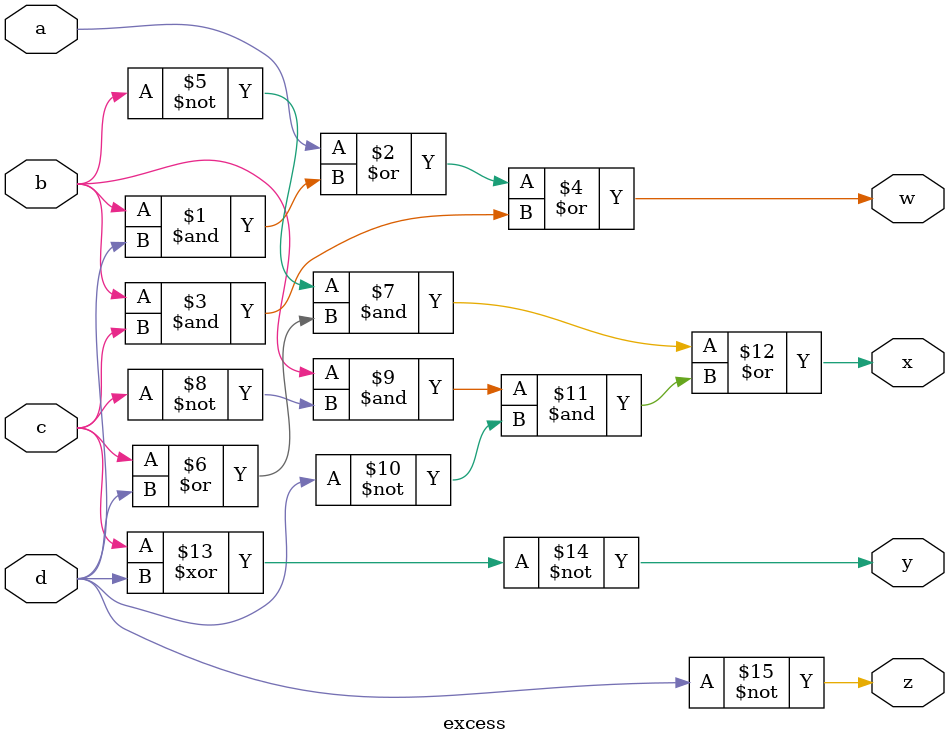
<source format=v>
module excess(
	input a,
	input b,
	input c,
	input d,
	output w,x,y,z
);

assign w = a | (b&d) | (b&c);
assign x = ~b&(c|d) | b&(~c)&(~d); 
assign y = ~(c^d);
assign z = ~d;
endmodule
</source>
